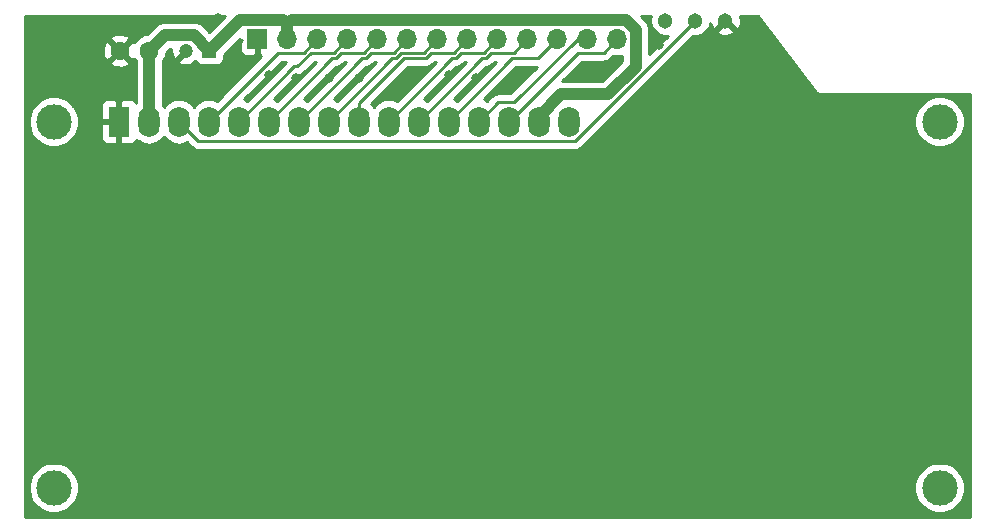
<source format=gtl>
G04 #@! TF.GenerationSoftware,KiCad,Pcbnew,(5.1.10-1-10_14)*
G04 #@! TF.CreationDate,2021-10-29T14:21:52+02:00*
G04 #@! TF.ProjectId,lcd,6c63642e-6b69-4636-9164-5f7063625858,rev?*
G04 #@! TF.SameCoordinates,Original*
G04 #@! TF.FileFunction,Copper,L1,Top*
G04 #@! TF.FilePolarity,Positive*
%FSLAX46Y46*%
G04 Gerber Fmt 4.6, Leading zero omitted, Abs format (unit mm)*
G04 Created by KiCad (PCBNEW (5.1.10-1-10_14)) date 2021-10-29 14:21:52*
%MOMM*%
%LPD*%
G01*
G04 APERTURE LIST*
G04 #@! TA.AperFunction,ComponentPad*
%ADD10R,1.200000X1.200000*%
G04 #@! TD*
G04 #@! TA.AperFunction,ComponentPad*
%ADD11C,1.200000*%
G04 #@! TD*
G04 #@! TA.AperFunction,ComponentPad*
%ADD12C,1.303000*%
G04 #@! TD*
G04 #@! TA.AperFunction,ComponentPad*
%ADD13O,1.700000X1.700000*%
G04 #@! TD*
G04 #@! TA.AperFunction,ComponentPad*
%ADD14R,1.700000X1.700000*%
G04 #@! TD*
G04 #@! TA.AperFunction,ComponentPad*
%ADD15C,3.000000*%
G04 #@! TD*
G04 #@! TA.AperFunction,ComponentPad*
%ADD16O,1.800000X2.600000*%
G04 #@! TD*
G04 #@! TA.AperFunction,ComponentPad*
%ADD17R,1.800000X2.600000*%
G04 #@! TD*
G04 #@! TA.AperFunction,ComponentPad*
%ADD18C,1.600000*%
G04 #@! TD*
G04 #@! TA.AperFunction,ViaPad*
%ADD19C,0.800000*%
G04 #@! TD*
G04 #@! TA.AperFunction,Conductor*
%ADD20C,1.000000*%
G04 #@! TD*
G04 #@! TA.AperFunction,Conductor*
%ADD21C,0.250000*%
G04 #@! TD*
G04 #@! TA.AperFunction,Conductor*
%ADD22C,0.254000*%
G04 #@! TD*
G04 #@! TA.AperFunction,Conductor*
%ADD23C,0.100000*%
G04 #@! TD*
G04 APERTURE END LIST*
D10*
X112776000Y-92456000D03*
D11*
X110776000Y-92456000D03*
D12*
X156464000Y-89916000D03*
X153924000Y-89916000D03*
X151384000Y-89916000D03*
D13*
X147320000Y-91440000D03*
X144780000Y-91440000D03*
X142240000Y-91440000D03*
X139700000Y-91440000D03*
X137160000Y-91440000D03*
X134620000Y-91440000D03*
X132080000Y-91440000D03*
X129540000Y-91440000D03*
X127000000Y-91440000D03*
X124460000Y-91440000D03*
X121920000Y-91440000D03*
X119380000Y-91440000D03*
D14*
X116840000Y-91440000D03*
D15*
X174601000Y-98461000D03*
X174600480Y-129461700D03*
X99601900Y-129461700D03*
X99601900Y-98461000D03*
D16*
X143201000Y-98461000D03*
X140661000Y-98461000D03*
X138121000Y-98461000D03*
X135581000Y-98461000D03*
X133041000Y-98461000D03*
X130501000Y-98461000D03*
X127961000Y-98461000D03*
X125421000Y-98461000D03*
X122881000Y-98461000D03*
X120341000Y-98461000D03*
X117801000Y-98461000D03*
X115261000Y-98461000D03*
X112721000Y-98461000D03*
X110181000Y-98461000D03*
X107641000Y-98461000D03*
D17*
X105101000Y-98461000D03*
D18*
X105196000Y-92456000D03*
X107696000Y-92456000D03*
D19*
X175260000Y-101600000D03*
X175260000Y-114300000D03*
X175260000Y-124460000D03*
X165100000Y-129540000D03*
X147320000Y-129540000D03*
X132080000Y-129540000D03*
X119380000Y-129540000D03*
X104140000Y-129540000D03*
X99060000Y-124460000D03*
X99060000Y-111760000D03*
X99060000Y-101600000D03*
X99060000Y-91440000D03*
X160020000Y-93980000D03*
X154940000Y-93980000D03*
X106680000Y-101600000D03*
X119380000Y-101600000D03*
X137160000Y-101600000D03*
X152400000Y-101600000D03*
X170180000Y-101600000D03*
X165100000Y-114300000D03*
X144780000Y-114300000D03*
X132080000Y-114300000D03*
X114300000Y-114300000D03*
X114808000Y-94996000D03*
X113538000Y-89662000D03*
X102362000Y-92456000D03*
X102616000Y-96266000D03*
X109728000Y-95758000D03*
X145288000Y-94488000D03*
X150876000Y-91948000D03*
X117856000Y-94488000D03*
X120142000Y-94742000D03*
X122936000Y-94742000D03*
X125476000Y-94742000D03*
X129540000Y-94488000D03*
X133096000Y-94488000D03*
X135382000Y-94742000D03*
X139192000Y-94742000D03*
D20*
X108996001Y-91155999D02*
X107696000Y-92456000D01*
X111475999Y-91155999D02*
X108996001Y-91155999D01*
X112776000Y-92456000D02*
X111475999Y-91155999D01*
X107696000Y-98406000D02*
X107641000Y-98461000D01*
X107696000Y-92456000D02*
X107696000Y-98406000D01*
X119032080Y-89889999D02*
X115342001Y-89889999D01*
X119380000Y-91440000D02*
X119380000Y-90237919D01*
X119380000Y-90237919D02*
X119032080Y-89889999D01*
X115342001Y-89889999D02*
X112776000Y-92456000D01*
X119380000Y-90237919D02*
X119727920Y-89889999D01*
X142561000Y-96161000D02*
X140661000Y-98061000D01*
X119727920Y-89889999D02*
X148064001Y-89889999D01*
X148870001Y-90695999D02*
X148870001Y-93803259D01*
X140661000Y-98061000D02*
X140661000Y-98461000D01*
X148064001Y-89889999D02*
X148870001Y-90695999D01*
X148870001Y-93803259D02*
X146512260Y-96161000D01*
X146512260Y-96161000D02*
X142561000Y-96161000D01*
D21*
X143966999Y-92615001D02*
X138121000Y-98461000D01*
X146144999Y-92615001D02*
X143966999Y-92615001D01*
X147320000Y-91440000D02*
X146144999Y-92615001D01*
X138583012Y-96835990D02*
X137206010Y-96835990D01*
X143979002Y-91440000D02*
X138583012Y-96835990D01*
X137206010Y-96835990D02*
X135581000Y-98461000D01*
X144780000Y-91440000D02*
X143979002Y-91440000D01*
X140614988Y-93065012D02*
X138436988Y-93065012D01*
X142240000Y-91440000D02*
X140614988Y-93065012D01*
X138436988Y-93065012D02*
X133041000Y-98461000D01*
X139700000Y-91440000D02*
X138524999Y-92615001D01*
X135896988Y-93065012D02*
X130501000Y-98461000D01*
X136621409Y-92615001D02*
X136171399Y-93065012D01*
X138524999Y-92615001D02*
X136621409Y-92615001D01*
X136171399Y-93065012D02*
X135896988Y-93065012D01*
X137160000Y-91440000D02*
X135984999Y-92615001D01*
X135984999Y-92615001D02*
X134081409Y-92615001D01*
X134081409Y-92615001D02*
X133631399Y-93065012D01*
X133631399Y-93065012D02*
X133356988Y-93065012D01*
X133356988Y-93065012D02*
X127961000Y-98461000D01*
X133444999Y-92615001D02*
X131541409Y-92615001D01*
X131541409Y-92615001D02*
X131091399Y-93065012D01*
X129266988Y-93065012D02*
X125421000Y-96911000D01*
X125421000Y-96911000D02*
X125421000Y-98461000D01*
X131091399Y-93065012D02*
X129266988Y-93065012D01*
X134620000Y-91440000D02*
X133444999Y-92615001D01*
X132080000Y-91440000D02*
X130904999Y-92615001D01*
X130904999Y-92615001D02*
X129001409Y-92615001D01*
X128276988Y-93065012D02*
X122881000Y-98461000D01*
X129001409Y-92615001D02*
X128551399Y-93065012D01*
X128551399Y-93065012D02*
X128276988Y-93065012D01*
X125736988Y-93065012D02*
X120341000Y-98461000D01*
X128364999Y-92615001D02*
X126461409Y-92615001D01*
X129540000Y-91440000D02*
X128364999Y-92615001D01*
X126461409Y-92615001D02*
X126011399Y-93065012D01*
X126011399Y-93065012D02*
X125736988Y-93065012D01*
X123196988Y-93065012D02*
X117801000Y-98461000D01*
X123471399Y-93065012D02*
X123196988Y-93065012D01*
X127000000Y-91440000D02*
X125824999Y-92615001D01*
X125824999Y-92615001D02*
X123921409Y-92615001D01*
X123921409Y-92615001D02*
X123471399Y-93065012D01*
X120202833Y-93793577D02*
X119928423Y-93793577D01*
X124460000Y-91440000D02*
X123284999Y-92615001D01*
X119928423Y-93793577D02*
X115261000Y-98461000D01*
X123284999Y-92615001D02*
X121381409Y-92615001D01*
X121381409Y-92615001D02*
X120202833Y-93793577D01*
X120744999Y-92615001D02*
X118566999Y-92615001D01*
X121920000Y-91440000D02*
X120744999Y-92615001D01*
X118566999Y-92615001D02*
X112721000Y-98461000D01*
X111806010Y-100086010D02*
X143753990Y-100086010D01*
X143753990Y-100086010D02*
X153924000Y-89916000D01*
X110181000Y-98461000D02*
X111806010Y-100086010D01*
D22*
X112776000Y-90850869D02*
X112317995Y-90392864D01*
X112282448Y-90349550D01*
X112109622Y-90207715D01*
X111912446Y-90102323D01*
X111698498Y-90037422D01*
X111531751Y-90020999D01*
X111531750Y-90020999D01*
X111475999Y-90015508D01*
X111420248Y-90020999D01*
X109051752Y-90020999D01*
X108996000Y-90015508D01*
X108940249Y-90020999D01*
X108773502Y-90037422D01*
X108559554Y-90102323D01*
X108362378Y-90207715D01*
X108189552Y-90349550D01*
X108154009Y-90392859D01*
X107518718Y-91028150D01*
X107277426Y-91076147D01*
X107016273Y-91184320D01*
X106781241Y-91341363D01*
X106581363Y-91541241D01*
X106447308Y-91741869D01*
X106432671Y-91714486D01*
X106188702Y-91642903D01*
X105375605Y-92456000D01*
X106188702Y-93269097D01*
X106432671Y-93197514D01*
X106446324Y-93168659D01*
X106561000Y-93340284D01*
X106561001Y-96861628D01*
X106531537Y-96806506D01*
X106452185Y-96709815D01*
X106355494Y-96630463D01*
X106245180Y-96571498D01*
X106125482Y-96535188D01*
X106001000Y-96522928D01*
X105386750Y-96526000D01*
X105228000Y-96684750D01*
X105228000Y-98334000D01*
X105248000Y-98334000D01*
X105248000Y-98588000D01*
X105228000Y-98588000D01*
X105228000Y-100237250D01*
X105386750Y-100396000D01*
X106001000Y-100399072D01*
X106125482Y-100386812D01*
X106245180Y-100350502D01*
X106355494Y-100291537D01*
X106452185Y-100212185D01*
X106531537Y-100115494D01*
X106590502Y-100005180D01*
X106595495Y-99988720D01*
X106784074Y-100143481D01*
X107050740Y-100286017D01*
X107340088Y-100373790D01*
X107641000Y-100403427D01*
X107941913Y-100373790D01*
X108231261Y-100286017D01*
X108497927Y-100143481D01*
X108731661Y-99951661D01*
X108911000Y-99733135D01*
X109090339Y-99951661D01*
X109324074Y-100143481D01*
X109590740Y-100286017D01*
X109880088Y-100373790D01*
X110181000Y-100403427D01*
X110481913Y-100373790D01*
X110771261Y-100286017D01*
X110875499Y-100230301D01*
X111242211Y-100597013D01*
X111266009Y-100626011D01*
X111381734Y-100720984D01*
X111513763Y-100791556D01*
X111657024Y-100835013D01*
X111768677Y-100846010D01*
X111768686Y-100846010D01*
X111806009Y-100849686D01*
X111843332Y-100846010D01*
X143716668Y-100846010D01*
X143753990Y-100849686D01*
X143791312Y-100846010D01*
X143791323Y-100846010D01*
X143902976Y-100835013D01*
X144046237Y-100791556D01*
X144178266Y-100720984D01*
X144293991Y-100626011D01*
X144317794Y-100597007D01*
X146664080Y-98250721D01*
X172466000Y-98250721D01*
X172466000Y-98671279D01*
X172548047Y-99083756D01*
X172708988Y-99472302D01*
X172942637Y-99821983D01*
X173240017Y-100119363D01*
X173589698Y-100353012D01*
X173978244Y-100513953D01*
X174390721Y-100596000D01*
X174811279Y-100596000D01*
X175223756Y-100513953D01*
X175612302Y-100353012D01*
X175961983Y-100119363D01*
X176259363Y-99821983D01*
X176493012Y-99472302D01*
X176653953Y-99083756D01*
X176736000Y-98671279D01*
X176736000Y-98250721D01*
X176653953Y-97838244D01*
X176493012Y-97449698D01*
X176259363Y-97100017D01*
X175961983Y-96802637D01*
X175612302Y-96568988D01*
X175223756Y-96408047D01*
X174811279Y-96326000D01*
X174390721Y-96326000D01*
X173978244Y-96408047D01*
X173589698Y-96568988D01*
X173240017Y-96802637D01*
X172942637Y-97100017D01*
X172708988Y-97449698D01*
X172548047Y-97838244D01*
X172466000Y-98250721D01*
X146664080Y-98250721D01*
X153726402Y-91188400D01*
X153797291Y-91202500D01*
X154050709Y-91202500D01*
X154299258Y-91153061D01*
X154533386Y-91056082D01*
X154744096Y-90915290D01*
X154856787Y-90802599D01*
X155757006Y-90802599D01*
X155810576Y-91031426D01*
X156040740Y-91137470D01*
X156287170Y-91196574D01*
X156540396Y-91206466D01*
X156790685Y-91166765D01*
X157028420Y-91078999D01*
X157117424Y-91031426D01*
X157170994Y-90802599D01*
X156464000Y-90095605D01*
X155757006Y-90802599D01*
X154856787Y-90802599D01*
X154923290Y-90736096D01*
X155064082Y-90525386D01*
X155161061Y-90291258D01*
X155194374Y-90123780D01*
X155213235Y-90242685D01*
X155301001Y-90480420D01*
X155348574Y-90569424D01*
X155577401Y-90622994D01*
X156284395Y-89916000D01*
X156270253Y-89901858D01*
X156449858Y-89722253D01*
X156464000Y-89736395D01*
X156478143Y-89722253D01*
X156657748Y-89901858D01*
X156643605Y-89916000D01*
X157350599Y-90622994D01*
X157579426Y-90569424D01*
X157685470Y-90339260D01*
X157744574Y-90092830D01*
X157754466Y-89839604D01*
X157714765Y-89589315D01*
X157703943Y-89560000D01*
X159187015Y-89560000D01*
X164035631Y-95863200D01*
X164040575Y-95872450D01*
X164075208Y-95914650D01*
X164088634Y-95932104D01*
X164095770Y-95939705D01*
X164123052Y-95972948D01*
X164140165Y-95986992D01*
X164155323Y-96003138D01*
X164190309Y-96028145D01*
X164223550Y-96055425D01*
X164243083Y-96065865D01*
X164261091Y-96078737D01*
X164300272Y-96096434D01*
X164338207Y-96116710D01*
X164359398Y-96123138D01*
X164379574Y-96132251D01*
X164421453Y-96141963D01*
X164462617Y-96154450D01*
X164484662Y-96156621D01*
X164506222Y-96161621D01*
X164549187Y-96162976D01*
X164559581Y-96164000D01*
X164581640Y-96164000D01*
X164636167Y-96165720D01*
X164646507Y-96164000D01*
X177140000Y-96164000D01*
X177140001Y-131928000D01*
X97180000Y-131928000D01*
X97180000Y-129251421D01*
X97466900Y-129251421D01*
X97466900Y-129671979D01*
X97548947Y-130084456D01*
X97709888Y-130473002D01*
X97943537Y-130822683D01*
X98240917Y-131120063D01*
X98590598Y-131353712D01*
X98979144Y-131514653D01*
X99391621Y-131596700D01*
X99812179Y-131596700D01*
X100224656Y-131514653D01*
X100613202Y-131353712D01*
X100962883Y-131120063D01*
X101260263Y-130822683D01*
X101493912Y-130473002D01*
X101654853Y-130084456D01*
X101736900Y-129671979D01*
X101736900Y-129251421D01*
X172465480Y-129251421D01*
X172465480Y-129671979D01*
X172547527Y-130084456D01*
X172708468Y-130473002D01*
X172942117Y-130822683D01*
X173239497Y-131120063D01*
X173589178Y-131353712D01*
X173977724Y-131514653D01*
X174390201Y-131596700D01*
X174810759Y-131596700D01*
X175223236Y-131514653D01*
X175611782Y-131353712D01*
X175961463Y-131120063D01*
X176258843Y-130822683D01*
X176492492Y-130473002D01*
X176653433Y-130084456D01*
X176735480Y-129671979D01*
X176735480Y-129251421D01*
X176653433Y-128838944D01*
X176492492Y-128450398D01*
X176258843Y-128100717D01*
X175961463Y-127803337D01*
X175611782Y-127569688D01*
X175223236Y-127408747D01*
X174810759Y-127326700D01*
X174390201Y-127326700D01*
X173977724Y-127408747D01*
X173589178Y-127569688D01*
X173239497Y-127803337D01*
X172942117Y-128100717D01*
X172708468Y-128450398D01*
X172547527Y-128838944D01*
X172465480Y-129251421D01*
X101736900Y-129251421D01*
X101654853Y-128838944D01*
X101493912Y-128450398D01*
X101260263Y-128100717D01*
X100962883Y-127803337D01*
X100613202Y-127569688D01*
X100224656Y-127408747D01*
X99812179Y-127326700D01*
X99391621Y-127326700D01*
X98979144Y-127408747D01*
X98590598Y-127569688D01*
X98240917Y-127803337D01*
X97943537Y-128100717D01*
X97709888Y-128450398D01*
X97548947Y-128838944D01*
X97466900Y-129251421D01*
X97180000Y-129251421D01*
X97180000Y-98250721D01*
X97466900Y-98250721D01*
X97466900Y-98671279D01*
X97548947Y-99083756D01*
X97709888Y-99472302D01*
X97943537Y-99821983D01*
X98240917Y-100119363D01*
X98590598Y-100353012D01*
X98979144Y-100513953D01*
X99391621Y-100596000D01*
X99812179Y-100596000D01*
X100224656Y-100513953D01*
X100613202Y-100353012D01*
X100962883Y-100119363D01*
X101260263Y-99821983D01*
X101301010Y-99761000D01*
X103562928Y-99761000D01*
X103575188Y-99885482D01*
X103611498Y-100005180D01*
X103670463Y-100115494D01*
X103749815Y-100212185D01*
X103846506Y-100291537D01*
X103956820Y-100350502D01*
X104076518Y-100386812D01*
X104201000Y-100399072D01*
X104815250Y-100396000D01*
X104974000Y-100237250D01*
X104974000Y-98588000D01*
X103724750Y-98588000D01*
X103566000Y-98746750D01*
X103562928Y-99761000D01*
X101301010Y-99761000D01*
X101493912Y-99472302D01*
X101654853Y-99083756D01*
X101736900Y-98671279D01*
X101736900Y-98250721D01*
X101654853Y-97838244D01*
X101493912Y-97449698D01*
X101301011Y-97161000D01*
X103562928Y-97161000D01*
X103566000Y-98175250D01*
X103724750Y-98334000D01*
X104974000Y-98334000D01*
X104974000Y-96684750D01*
X104815250Y-96526000D01*
X104201000Y-96522928D01*
X104076518Y-96535188D01*
X103956820Y-96571498D01*
X103846506Y-96630463D01*
X103749815Y-96709815D01*
X103670463Y-96806506D01*
X103611498Y-96916820D01*
X103575188Y-97036518D01*
X103562928Y-97161000D01*
X101301011Y-97161000D01*
X101260263Y-97100017D01*
X100962883Y-96802637D01*
X100613202Y-96568988D01*
X100224656Y-96408047D01*
X99812179Y-96326000D01*
X99391621Y-96326000D01*
X98979144Y-96408047D01*
X98590598Y-96568988D01*
X98240917Y-96802637D01*
X97943537Y-97100017D01*
X97709888Y-97449698D01*
X97548947Y-97838244D01*
X97466900Y-98250721D01*
X97180000Y-98250721D01*
X97180000Y-93448702D01*
X104382903Y-93448702D01*
X104454486Y-93692671D01*
X104709996Y-93813571D01*
X104984184Y-93882300D01*
X105266512Y-93896217D01*
X105546130Y-93854787D01*
X105812292Y-93759603D01*
X105937514Y-93692671D01*
X106009097Y-93448702D01*
X105196000Y-92635605D01*
X104382903Y-93448702D01*
X97180000Y-93448702D01*
X97180000Y-92526512D01*
X103755783Y-92526512D01*
X103797213Y-92806130D01*
X103892397Y-93072292D01*
X103959329Y-93197514D01*
X104203298Y-93269097D01*
X105016395Y-92456000D01*
X104203298Y-91642903D01*
X103959329Y-91714486D01*
X103838429Y-91969996D01*
X103769700Y-92244184D01*
X103755783Y-92526512D01*
X97180000Y-92526512D01*
X97180000Y-91463298D01*
X104382903Y-91463298D01*
X105196000Y-92276395D01*
X106009097Y-91463298D01*
X105937514Y-91219329D01*
X105682004Y-91098429D01*
X105407816Y-91029700D01*
X105125488Y-91015783D01*
X104845870Y-91057213D01*
X104579708Y-91152397D01*
X104454486Y-91219329D01*
X104382903Y-91463298D01*
X97180000Y-91463298D01*
X97180000Y-89560000D01*
X114066868Y-89560000D01*
X112776000Y-90850869D01*
G04 #@! TA.AperFunction,Conductor*
D23*
G36*
X112776000Y-90850869D02*
G01*
X112317995Y-90392864D01*
X112282448Y-90349550D01*
X112109622Y-90207715D01*
X111912446Y-90102323D01*
X111698498Y-90037422D01*
X111531751Y-90020999D01*
X111531750Y-90020999D01*
X111475999Y-90015508D01*
X111420248Y-90020999D01*
X109051752Y-90020999D01*
X108996000Y-90015508D01*
X108940249Y-90020999D01*
X108773502Y-90037422D01*
X108559554Y-90102323D01*
X108362378Y-90207715D01*
X108189552Y-90349550D01*
X108154009Y-90392859D01*
X107518718Y-91028150D01*
X107277426Y-91076147D01*
X107016273Y-91184320D01*
X106781241Y-91341363D01*
X106581363Y-91541241D01*
X106447308Y-91741869D01*
X106432671Y-91714486D01*
X106188702Y-91642903D01*
X105375605Y-92456000D01*
X106188702Y-93269097D01*
X106432671Y-93197514D01*
X106446324Y-93168659D01*
X106561000Y-93340284D01*
X106561001Y-96861628D01*
X106531537Y-96806506D01*
X106452185Y-96709815D01*
X106355494Y-96630463D01*
X106245180Y-96571498D01*
X106125482Y-96535188D01*
X106001000Y-96522928D01*
X105386750Y-96526000D01*
X105228000Y-96684750D01*
X105228000Y-98334000D01*
X105248000Y-98334000D01*
X105248000Y-98588000D01*
X105228000Y-98588000D01*
X105228000Y-100237250D01*
X105386750Y-100396000D01*
X106001000Y-100399072D01*
X106125482Y-100386812D01*
X106245180Y-100350502D01*
X106355494Y-100291537D01*
X106452185Y-100212185D01*
X106531537Y-100115494D01*
X106590502Y-100005180D01*
X106595495Y-99988720D01*
X106784074Y-100143481D01*
X107050740Y-100286017D01*
X107340088Y-100373790D01*
X107641000Y-100403427D01*
X107941913Y-100373790D01*
X108231261Y-100286017D01*
X108497927Y-100143481D01*
X108731661Y-99951661D01*
X108911000Y-99733135D01*
X109090339Y-99951661D01*
X109324074Y-100143481D01*
X109590740Y-100286017D01*
X109880088Y-100373790D01*
X110181000Y-100403427D01*
X110481913Y-100373790D01*
X110771261Y-100286017D01*
X110875499Y-100230301D01*
X111242211Y-100597013D01*
X111266009Y-100626011D01*
X111381734Y-100720984D01*
X111513763Y-100791556D01*
X111657024Y-100835013D01*
X111768677Y-100846010D01*
X111768686Y-100846010D01*
X111806009Y-100849686D01*
X111843332Y-100846010D01*
X143716668Y-100846010D01*
X143753990Y-100849686D01*
X143791312Y-100846010D01*
X143791323Y-100846010D01*
X143902976Y-100835013D01*
X144046237Y-100791556D01*
X144178266Y-100720984D01*
X144293991Y-100626011D01*
X144317794Y-100597007D01*
X146664080Y-98250721D01*
X172466000Y-98250721D01*
X172466000Y-98671279D01*
X172548047Y-99083756D01*
X172708988Y-99472302D01*
X172942637Y-99821983D01*
X173240017Y-100119363D01*
X173589698Y-100353012D01*
X173978244Y-100513953D01*
X174390721Y-100596000D01*
X174811279Y-100596000D01*
X175223756Y-100513953D01*
X175612302Y-100353012D01*
X175961983Y-100119363D01*
X176259363Y-99821983D01*
X176493012Y-99472302D01*
X176653953Y-99083756D01*
X176736000Y-98671279D01*
X176736000Y-98250721D01*
X176653953Y-97838244D01*
X176493012Y-97449698D01*
X176259363Y-97100017D01*
X175961983Y-96802637D01*
X175612302Y-96568988D01*
X175223756Y-96408047D01*
X174811279Y-96326000D01*
X174390721Y-96326000D01*
X173978244Y-96408047D01*
X173589698Y-96568988D01*
X173240017Y-96802637D01*
X172942637Y-97100017D01*
X172708988Y-97449698D01*
X172548047Y-97838244D01*
X172466000Y-98250721D01*
X146664080Y-98250721D01*
X153726402Y-91188400D01*
X153797291Y-91202500D01*
X154050709Y-91202500D01*
X154299258Y-91153061D01*
X154533386Y-91056082D01*
X154744096Y-90915290D01*
X154856787Y-90802599D01*
X155757006Y-90802599D01*
X155810576Y-91031426D01*
X156040740Y-91137470D01*
X156287170Y-91196574D01*
X156540396Y-91206466D01*
X156790685Y-91166765D01*
X157028420Y-91078999D01*
X157117424Y-91031426D01*
X157170994Y-90802599D01*
X156464000Y-90095605D01*
X155757006Y-90802599D01*
X154856787Y-90802599D01*
X154923290Y-90736096D01*
X155064082Y-90525386D01*
X155161061Y-90291258D01*
X155194374Y-90123780D01*
X155213235Y-90242685D01*
X155301001Y-90480420D01*
X155348574Y-90569424D01*
X155577401Y-90622994D01*
X156284395Y-89916000D01*
X156270253Y-89901858D01*
X156449858Y-89722253D01*
X156464000Y-89736395D01*
X156478143Y-89722253D01*
X156657748Y-89901858D01*
X156643605Y-89916000D01*
X157350599Y-90622994D01*
X157579426Y-90569424D01*
X157685470Y-90339260D01*
X157744574Y-90092830D01*
X157754466Y-89839604D01*
X157714765Y-89589315D01*
X157703943Y-89560000D01*
X159187015Y-89560000D01*
X164035631Y-95863200D01*
X164040575Y-95872450D01*
X164075208Y-95914650D01*
X164088634Y-95932104D01*
X164095770Y-95939705D01*
X164123052Y-95972948D01*
X164140165Y-95986992D01*
X164155323Y-96003138D01*
X164190309Y-96028145D01*
X164223550Y-96055425D01*
X164243083Y-96065865D01*
X164261091Y-96078737D01*
X164300272Y-96096434D01*
X164338207Y-96116710D01*
X164359398Y-96123138D01*
X164379574Y-96132251D01*
X164421453Y-96141963D01*
X164462617Y-96154450D01*
X164484662Y-96156621D01*
X164506222Y-96161621D01*
X164549187Y-96162976D01*
X164559581Y-96164000D01*
X164581640Y-96164000D01*
X164636167Y-96165720D01*
X164646507Y-96164000D01*
X177140000Y-96164000D01*
X177140001Y-131928000D01*
X97180000Y-131928000D01*
X97180000Y-129251421D01*
X97466900Y-129251421D01*
X97466900Y-129671979D01*
X97548947Y-130084456D01*
X97709888Y-130473002D01*
X97943537Y-130822683D01*
X98240917Y-131120063D01*
X98590598Y-131353712D01*
X98979144Y-131514653D01*
X99391621Y-131596700D01*
X99812179Y-131596700D01*
X100224656Y-131514653D01*
X100613202Y-131353712D01*
X100962883Y-131120063D01*
X101260263Y-130822683D01*
X101493912Y-130473002D01*
X101654853Y-130084456D01*
X101736900Y-129671979D01*
X101736900Y-129251421D01*
X172465480Y-129251421D01*
X172465480Y-129671979D01*
X172547527Y-130084456D01*
X172708468Y-130473002D01*
X172942117Y-130822683D01*
X173239497Y-131120063D01*
X173589178Y-131353712D01*
X173977724Y-131514653D01*
X174390201Y-131596700D01*
X174810759Y-131596700D01*
X175223236Y-131514653D01*
X175611782Y-131353712D01*
X175961463Y-131120063D01*
X176258843Y-130822683D01*
X176492492Y-130473002D01*
X176653433Y-130084456D01*
X176735480Y-129671979D01*
X176735480Y-129251421D01*
X176653433Y-128838944D01*
X176492492Y-128450398D01*
X176258843Y-128100717D01*
X175961463Y-127803337D01*
X175611782Y-127569688D01*
X175223236Y-127408747D01*
X174810759Y-127326700D01*
X174390201Y-127326700D01*
X173977724Y-127408747D01*
X173589178Y-127569688D01*
X173239497Y-127803337D01*
X172942117Y-128100717D01*
X172708468Y-128450398D01*
X172547527Y-128838944D01*
X172465480Y-129251421D01*
X101736900Y-129251421D01*
X101654853Y-128838944D01*
X101493912Y-128450398D01*
X101260263Y-128100717D01*
X100962883Y-127803337D01*
X100613202Y-127569688D01*
X100224656Y-127408747D01*
X99812179Y-127326700D01*
X99391621Y-127326700D01*
X98979144Y-127408747D01*
X98590598Y-127569688D01*
X98240917Y-127803337D01*
X97943537Y-128100717D01*
X97709888Y-128450398D01*
X97548947Y-128838944D01*
X97466900Y-129251421D01*
X97180000Y-129251421D01*
X97180000Y-98250721D01*
X97466900Y-98250721D01*
X97466900Y-98671279D01*
X97548947Y-99083756D01*
X97709888Y-99472302D01*
X97943537Y-99821983D01*
X98240917Y-100119363D01*
X98590598Y-100353012D01*
X98979144Y-100513953D01*
X99391621Y-100596000D01*
X99812179Y-100596000D01*
X100224656Y-100513953D01*
X100613202Y-100353012D01*
X100962883Y-100119363D01*
X101260263Y-99821983D01*
X101301010Y-99761000D01*
X103562928Y-99761000D01*
X103575188Y-99885482D01*
X103611498Y-100005180D01*
X103670463Y-100115494D01*
X103749815Y-100212185D01*
X103846506Y-100291537D01*
X103956820Y-100350502D01*
X104076518Y-100386812D01*
X104201000Y-100399072D01*
X104815250Y-100396000D01*
X104974000Y-100237250D01*
X104974000Y-98588000D01*
X103724750Y-98588000D01*
X103566000Y-98746750D01*
X103562928Y-99761000D01*
X101301010Y-99761000D01*
X101493912Y-99472302D01*
X101654853Y-99083756D01*
X101736900Y-98671279D01*
X101736900Y-98250721D01*
X101654853Y-97838244D01*
X101493912Y-97449698D01*
X101301011Y-97161000D01*
X103562928Y-97161000D01*
X103566000Y-98175250D01*
X103724750Y-98334000D01*
X104974000Y-98334000D01*
X104974000Y-96684750D01*
X104815250Y-96526000D01*
X104201000Y-96522928D01*
X104076518Y-96535188D01*
X103956820Y-96571498D01*
X103846506Y-96630463D01*
X103749815Y-96709815D01*
X103670463Y-96806506D01*
X103611498Y-96916820D01*
X103575188Y-97036518D01*
X103562928Y-97161000D01*
X101301011Y-97161000D01*
X101260263Y-97100017D01*
X100962883Y-96802637D01*
X100613202Y-96568988D01*
X100224656Y-96408047D01*
X99812179Y-96326000D01*
X99391621Y-96326000D01*
X98979144Y-96408047D01*
X98590598Y-96568988D01*
X98240917Y-96802637D01*
X97943537Y-97100017D01*
X97709888Y-97449698D01*
X97548947Y-97838244D01*
X97466900Y-98250721D01*
X97180000Y-98250721D01*
X97180000Y-93448702D01*
X104382903Y-93448702D01*
X104454486Y-93692671D01*
X104709996Y-93813571D01*
X104984184Y-93882300D01*
X105266512Y-93896217D01*
X105546130Y-93854787D01*
X105812292Y-93759603D01*
X105937514Y-93692671D01*
X106009097Y-93448702D01*
X105196000Y-92635605D01*
X104382903Y-93448702D01*
X97180000Y-93448702D01*
X97180000Y-92526512D01*
X103755783Y-92526512D01*
X103797213Y-92806130D01*
X103892397Y-93072292D01*
X103959329Y-93197514D01*
X104203298Y-93269097D01*
X105016395Y-92456000D01*
X104203298Y-91642903D01*
X103959329Y-91714486D01*
X103838429Y-91969996D01*
X103769700Y-92244184D01*
X103755783Y-92526512D01*
X97180000Y-92526512D01*
X97180000Y-91463298D01*
X104382903Y-91463298D01*
X105196000Y-92276395D01*
X106009097Y-91463298D01*
X105937514Y-91219329D01*
X105682004Y-91098429D01*
X105407816Y-91029700D01*
X105125488Y-91015783D01*
X104845870Y-91057213D01*
X104579708Y-91152397D01*
X104454486Y-91219329D01*
X104382903Y-91463298D01*
X97180000Y-91463298D01*
X97180000Y-89560000D01*
X114066868Y-89560000D01*
X112776000Y-90850869D01*
G37*
G04 #@! TD.AperFunction*
D22*
X143328000Y-98334000D02*
X143348000Y-98334000D01*
X143348000Y-98588000D01*
X143328000Y-98588000D01*
X143328000Y-98608000D01*
X143074000Y-98608000D01*
X143074000Y-98588000D01*
X143054000Y-98588000D01*
X143054000Y-98334000D01*
X143074000Y-98334000D01*
X143074000Y-98314000D01*
X143328000Y-98314000D01*
X143328000Y-98334000D01*
G04 #@! TA.AperFunction,Conductor*
D23*
G36*
X143328000Y-98334000D02*
G01*
X143348000Y-98334000D01*
X143348000Y-98588000D01*
X143328000Y-98588000D01*
X143328000Y-98608000D01*
X143074000Y-98608000D01*
X143074000Y-98588000D01*
X143054000Y-98588000D01*
X143054000Y-98334000D01*
X143074000Y-98334000D01*
X143074000Y-98314000D01*
X143328000Y-98314000D01*
X143328000Y-98334000D01*
G37*
G04 #@! TD.AperFunction*
D22*
X128655499Y-96691700D02*
X128551260Y-96635983D01*
X128261912Y-96548210D01*
X127961000Y-96518573D01*
X127660087Y-96548210D01*
X127370739Y-96635983D01*
X127104073Y-96778519D01*
X126870339Y-96970339D01*
X126691000Y-97188865D01*
X126511661Y-96970339D01*
X126470358Y-96936443D01*
X129581791Y-93825012D01*
X131054074Y-93825012D01*
X131091399Y-93828688D01*
X131128722Y-93825012D01*
X131128732Y-93825012D01*
X131240385Y-93814015D01*
X131383646Y-93770558D01*
X131515675Y-93699986D01*
X131631400Y-93605013D01*
X131655199Y-93576014D01*
X131856211Y-93375001D01*
X131972196Y-93375001D01*
X128655499Y-96691700D01*
G04 #@! TA.AperFunction,Conductor*
D23*
G36*
X128655499Y-96691700D02*
G01*
X128551260Y-96635983D01*
X128261912Y-96548210D01*
X127961000Y-96518573D01*
X127660087Y-96548210D01*
X127370739Y-96635983D01*
X127104073Y-96778519D01*
X126870339Y-96970339D01*
X126691000Y-97188865D01*
X126511661Y-96970339D01*
X126470358Y-96936443D01*
X129581791Y-93825012D01*
X131054074Y-93825012D01*
X131091399Y-93828688D01*
X131128722Y-93825012D01*
X131128732Y-93825012D01*
X131240385Y-93814015D01*
X131383646Y-93770558D01*
X131515675Y-93699986D01*
X131631400Y-93605013D01*
X131655199Y-93576014D01*
X131856211Y-93375001D01*
X131972196Y-93375001D01*
X128655499Y-96691700D01*
G37*
G04 #@! TD.AperFunction*
D22*
X116967000Y-91313000D02*
X116987000Y-91313000D01*
X116987000Y-91567000D01*
X116967000Y-91567000D01*
X116967000Y-92766250D01*
X117125750Y-92925000D01*
X117181892Y-92925306D01*
X113415499Y-96691700D01*
X113311260Y-96635983D01*
X113021912Y-96548210D01*
X112721000Y-96518573D01*
X112420087Y-96548210D01*
X112130739Y-96635983D01*
X111864073Y-96778519D01*
X111630339Y-96970339D01*
X111451000Y-97188865D01*
X111271661Y-96970339D01*
X111037926Y-96778519D01*
X110771260Y-96635983D01*
X110481912Y-96548210D01*
X110181000Y-96518573D01*
X109880087Y-96548210D01*
X109590739Y-96635983D01*
X109324073Y-96778519D01*
X109090339Y-96970339D01*
X108911000Y-97188865D01*
X108831000Y-97091384D01*
X108831000Y-93340284D01*
X108967680Y-93135727D01*
X109075853Y-92874574D01*
X109123850Y-92633282D01*
X109466133Y-92290999D01*
X109546074Y-92290999D01*
X109546000Y-92291313D01*
X109537505Y-92534438D01*
X109576605Y-92774549D01*
X109661798Y-93002418D01*
X109702652Y-93078852D01*
X109926236Y-93126159D01*
X110596395Y-92456000D01*
X110582253Y-92441858D01*
X110733111Y-92290999D01*
X110818889Y-92290999D01*
X110969748Y-92441858D01*
X110955605Y-92456000D01*
X110969748Y-92470143D01*
X110790143Y-92649748D01*
X110776000Y-92635605D01*
X110105841Y-93305764D01*
X110153148Y-93529348D01*
X110374516Y-93630237D01*
X110611313Y-93686000D01*
X110854438Y-93694495D01*
X111094549Y-93655395D01*
X111322418Y-93570202D01*
X111398852Y-93529348D01*
X111446158Y-93305766D01*
X111563264Y-93422872D01*
X111621142Y-93364994D01*
X111645463Y-93410494D01*
X111724815Y-93507185D01*
X111821506Y-93586537D01*
X111931820Y-93645502D01*
X112051518Y-93681812D01*
X112176000Y-93694072D01*
X113376000Y-93694072D01*
X113500482Y-93681812D01*
X113620180Y-93645502D01*
X113730494Y-93586537D01*
X113827185Y-93507185D01*
X113906537Y-93410494D01*
X113965502Y-93300180D01*
X114001812Y-93180482D01*
X114014072Y-93056000D01*
X114014072Y-92823059D01*
X115355000Y-91482132D01*
X115355000Y-91567002D01*
X115513748Y-91567002D01*
X115355000Y-91725750D01*
X115351928Y-92290000D01*
X115364188Y-92414482D01*
X115400498Y-92534180D01*
X115459463Y-92644494D01*
X115538815Y-92741185D01*
X115635506Y-92820537D01*
X115745820Y-92879502D01*
X115865518Y-92915812D01*
X115990000Y-92928072D01*
X116554250Y-92925000D01*
X116713000Y-92766250D01*
X116713000Y-91567000D01*
X116693000Y-91567000D01*
X116693000Y-91313000D01*
X116713000Y-91313000D01*
X116713000Y-91293000D01*
X116967000Y-91293000D01*
X116967000Y-91313000D01*
G04 #@! TA.AperFunction,Conductor*
D23*
G36*
X116967000Y-91313000D02*
G01*
X116987000Y-91313000D01*
X116987000Y-91567000D01*
X116967000Y-91567000D01*
X116967000Y-92766250D01*
X117125750Y-92925000D01*
X117181892Y-92925306D01*
X113415499Y-96691700D01*
X113311260Y-96635983D01*
X113021912Y-96548210D01*
X112721000Y-96518573D01*
X112420087Y-96548210D01*
X112130739Y-96635983D01*
X111864073Y-96778519D01*
X111630339Y-96970339D01*
X111451000Y-97188865D01*
X111271661Y-96970339D01*
X111037926Y-96778519D01*
X110771260Y-96635983D01*
X110481912Y-96548210D01*
X110181000Y-96518573D01*
X109880087Y-96548210D01*
X109590739Y-96635983D01*
X109324073Y-96778519D01*
X109090339Y-96970339D01*
X108911000Y-97188865D01*
X108831000Y-97091384D01*
X108831000Y-93340284D01*
X108967680Y-93135727D01*
X109075853Y-92874574D01*
X109123850Y-92633282D01*
X109466133Y-92290999D01*
X109546074Y-92290999D01*
X109546000Y-92291313D01*
X109537505Y-92534438D01*
X109576605Y-92774549D01*
X109661798Y-93002418D01*
X109702652Y-93078852D01*
X109926236Y-93126159D01*
X110596395Y-92456000D01*
X110582253Y-92441858D01*
X110733111Y-92290999D01*
X110818889Y-92290999D01*
X110969748Y-92441858D01*
X110955605Y-92456000D01*
X110969748Y-92470143D01*
X110790143Y-92649748D01*
X110776000Y-92635605D01*
X110105841Y-93305764D01*
X110153148Y-93529348D01*
X110374516Y-93630237D01*
X110611313Y-93686000D01*
X110854438Y-93694495D01*
X111094549Y-93655395D01*
X111322418Y-93570202D01*
X111398852Y-93529348D01*
X111446158Y-93305766D01*
X111563264Y-93422872D01*
X111621142Y-93364994D01*
X111645463Y-93410494D01*
X111724815Y-93507185D01*
X111821506Y-93586537D01*
X111931820Y-93645502D01*
X112051518Y-93681812D01*
X112176000Y-93694072D01*
X113376000Y-93694072D01*
X113500482Y-93681812D01*
X113620180Y-93645502D01*
X113730494Y-93586537D01*
X113827185Y-93507185D01*
X113906537Y-93410494D01*
X113965502Y-93300180D01*
X114001812Y-93180482D01*
X114014072Y-93056000D01*
X114014072Y-92823059D01*
X115355000Y-91482132D01*
X115355000Y-91567002D01*
X115513748Y-91567002D01*
X115355000Y-91725750D01*
X115351928Y-92290000D01*
X115364188Y-92414482D01*
X115400498Y-92534180D01*
X115459463Y-92644494D01*
X115538815Y-92741185D01*
X115635506Y-92820537D01*
X115745820Y-92879502D01*
X115865518Y-92915812D01*
X115990000Y-92928072D01*
X116554250Y-92925000D01*
X116713000Y-92766250D01*
X116713000Y-91567000D01*
X116693000Y-91567000D01*
X116693000Y-91313000D01*
X116713000Y-91313000D01*
X116713000Y-91293000D01*
X116967000Y-91293000D01*
X116967000Y-91313000D01*
G37*
G04 #@! TD.AperFunction*
D22*
X115955499Y-96691700D02*
X115851260Y-96635983D01*
X115674453Y-96582349D01*
X118881801Y-93375001D01*
X119272197Y-93375001D01*
X115955499Y-96691700D01*
G04 #@! TA.AperFunction,Conductor*
D23*
G36*
X115955499Y-96691700D02*
G01*
X115851260Y-96635983D01*
X115674453Y-96582349D01*
X118881801Y-93375001D01*
X119272197Y-93375001D01*
X115955499Y-96691700D01*
G37*
G04 #@! TD.AperFunction*
D22*
X118495499Y-96691700D02*
X118391260Y-96635983D01*
X118214453Y-96582349D01*
X120243559Y-94553243D01*
X120351819Y-94542580D01*
X120495080Y-94499123D01*
X120627109Y-94428551D01*
X120742834Y-94333578D01*
X120766637Y-94304574D01*
X121696211Y-93375001D01*
X121812196Y-93375001D01*
X118495499Y-96691700D01*
G04 #@! TA.AperFunction,Conductor*
D23*
G36*
X118495499Y-96691700D02*
G01*
X118391260Y-96635983D01*
X118214453Y-96582349D01*
X120243559Y-94553243D01*
X120351819Y-94542580D01*
X120495080Y-94499123D01*
X120627109Y-94428551D01*
X120742834Y-94333578D01*
X120766637Y-94304574D01*
X121696211Y-93375001D01*
X121812196Y-93375001D01*
X118495499Y-96691700D01*
G37*
G04 #@! TD.AperFunction*
D22*
X121035499Y-96691700D02*
X120931260Y-96635983D01*
X120754453Y-96582349D01*
X123512125Y-93824678D01*
X123620385Y-93814015D01*
X123763646Y-93770558D01*
X123895675Y-93699986D01*
X124011400Y-93605013D01*
X124035199Y-93576014D01*
X124236211Y-93375001D01*
X124352196Y-93375001D01*
X121035499Y-96691700D01*
G04 #@! TA.AperFunction,Conductor*
D23*
G36*
X121035499Y-96691700D02*
G01*
X120931260Y-96635983D01*
X120754453Y-96582349D01*
X123512125Y-93824678D01*
X123620385Y-93814015D01*
X123763646Y-93770558D01*
X123895675Y-93699986D01*
X124011400Y-93605013D01*
X124035199Y-93576014D01*
X124236211Y-93375001D01*
X124352196Y-93375001D01*
X121035499Y-96691700D01*
G37*
G04 #@! TD.AperFunction*
D22*
X138268211Y-96075990D02*
X137243332Y-96075990D01*
X137206009Y-96072314D01*
X137168686Y-96075990D01*
X137168677Y-96075990D01*
X137057024Y-96086987D01*
X136913763Y-96130444D01*
X136781734Y-96201016D01*
X136666009Y-96295989D01*
X136642211Y-96324987D01*
X136275499Y-96691700D01*
X136171260Y-96635983D01*
X135994453Y-96582349D01*
X138751791Y-93825012D01*
X140519189Y-93825012D01*
X138268211Y-96075990D01*
G04 #@! TA.AperFunction,Conductor*
D23*
G36*
X138268211Y-96075990D02*
G01*
X137243332Y-96075990D01*
X137206009Y-96072314D01*
X137168686Y-96075990D01*
X137168677Y-96075990D01*
X137057024Y-96086987D01*
X136913763Y-96130444D01*
X136781734Y-96201016D01*
X136666009Y-96295989D01*
X136642211Y-96324987D01*
X136275499Y-96691700D01*
X136171260Y-96635983D01*
X135994453Y-96582349D01*
X138751791Y-93825012D01*
X140519189Y-93825012D01*
X138268211Y-96075990D01*
G37*
G04 #@! TD.AperFunction*
D22*
X133735499Y-96691700D02*
X133631260Y-96635983D01*
X133454453Y-96582349D01*
X136212125Y-93824678D01*
X136320385Y-93814015D01*
X136463646Y-93770558D01*
X136595675Y-93699986D01*
X136711400Y-93605013D01*
X136735199Y-93576014D01*
X136936211Y-93375001D01*
X137052196Y-93375001D01*
X133735499Y-96691700D01*
G04 #@! TA.AperFunction,Conductor*
D23*
G36*
X133735499Y-96691700D02*
G01*
X133631260Y-96635983D01*
X133454453Y-96582349D01*
X136212125Y-93824678D01*
X136320385Y-93814015D01*
X136463646Y-93770558D01*
X136595675Y-93699986D01*
X136711400Y-93605013D01*
X136735199Y-93576014D01*
X136936211Y-93375001D01*
X137052196Y-93375001D01*
X133735499Y-96691700D01*
G37*
G04 #@! TD.AperFunction*
D22*
X131195499Y-96691700D02*
X131091260Y-96635983D01*
X130914453Y-96582349D01*
X133672125Y-93824678D01*
X133780385Y-93814015D01*
X133923646Y-93770558D01*
X134055675Y-93699986D01*
X134171400Y-93605013D01*
X134195199Y-93576014D01*
X134396211Y-93375001D01*
X134512196Y-93375001D01*
X131195499Y-96691700D01*
G04 #@! TA.AperFunction,Conductor*
D23*
G36*
X131195499Y-96691700D02*
G01*
X131091260Y-96635983D01*
X130914453Y-96582349D01*
X133672125Y-93824678D01*
X133780385Y-93814015D01*
X133923646Y-93770558D01*
X134055675Y-93699986D01*
X134171400Y-93605013D01*
X134195199Y-93576014D01*
X134396211Y-93375001D01*
X134512196Y-93375001D01*
X131195499Y-96691700D01*
G37*
G04 #@! TD.AperFunction*
D22*
X123575499Y-96691700D02*
X123471260Y-96635983D01*
X123294453Y-96582349D01*
X126052125Y-93824678D01*
X126160385Y-93814015D01*
X126303646Y-93770558D01*
X126435675Y-93699986D01*
X126551400Y-93605013D01*
X126575199Y-93576014D01*
X126776211Y-93375001D01*
X126892196Y-93375001D01*
X123575499Y-96691700D01*
G04 #@! TA.AperFunction,Conductor*
D23*
G36*
X123575499Y-96691700D02*
G01*
X123471260Y-96635983D01*
X123294453Y-96582349D01*
X126052125Y-93824678D01*
X126160385Y-93814015D01*
X126303646Y-93770558D01*
X126435675Y-93699986D01*
X126551400Y-93605013D01*
X126575199Y-93576014D01*
X126776211Y-93375001D01*
X126892196Y-93375001D01*
X123575499Y-96691700D01*
G37*
G04 #@! TD.AperFunction*
D22*
X147735002Y-93333126D02*
X146042129Y-95026000D01*
X142630802Y-95026000D01*
X144281801Y-93375001D01*
X146107677Y-93375001D01*
X146144999Y-93378677D01*
X146182321Y-93375001D01*
X146182332Y-93375001D01*
X146293985Y-93364004D01*
X146437246Y-93320547D01*
X146569275Y-93249975D01*
X146685000Y-93155002D01*
X146708803Y-93125998D01*
X146953592Y-92881209D01*
X147173740Y-92925000D01*
X147466260Y-92925000D01*
X147735002Y-92871544D01*
X147735002Y-93333126D01*
G04 #@! TA.AperFunction,Conductor*
D23*
G36*
X147735002Y-93333126D02*
G01*
X146042129Y-95026000D01*
X142630802Y-95026000D01*
X144281801Y-93375001D01*
X146107677Y-93375001D01*
X146144999Y-93378677D01*
X146182321Y-93375001D01*
X146182332Y-93375001D01*
X146293985Y-93364004D01*
X146437246Y-93320547D01*
X146569275Y-93249975D01*
X146685000Y-93155002D01*
X146708803Y-93125998D01*
X146953592Y-92881209D01*
X147173740Y-92925000D01*
X147466260Y-92925000D01*
X147735002Y-92871544D01*
X147735002Y-93333126D01*
G37*
G04 #@! TD.AperFunction*
D22*
X150097500Y-89789291D02*
X150097500Y-90042709D01*
X150146939Y-90291258D01*
X150243918Y-90525386D01*
X150384710Y-90736096D01*
X150563904Y-90915290D01*
X150774614Y-91056082D01*
X151008742Y-91153061D01*
X151257291Y-91202500D01*
X151510709Y-91202500D01*
X151575607Y-91189591D01*
X150005001Y-92760197D01*
X150005001Y-90751750D01*
X150010492Y-90695998D01*
X149988578Y-90473499D01*
X149950978Y-90349551D01*
X149923677Y-90259552D01*
X149818285Y-90062376D01*
X149676450Y-89889550D01*
X149633141Y-89854007D01*
X149339134Y-89560000D01*
X150143108Y-89560000D01*
X150097500Y-89789291D01*
G04 #@! TA.AperFunction,Conductor*
D23*
G36*
X150097500Y-89789291D02*
G01*
X150097500Y-90042709D01*
X150146939Y-90291258D01*
X150243918Y-90525386D01*
X150384710Y-90736096D01*
X150563904Y-90915290D01*
X150774614Y-91056082D01*
X151008742Y-91153061D01*
X151257291Y-91202500D01*
X151510709Y-91202500D01*
X151575607Y-91189591D01*
X150005001Y-92760197D01*
X150005001Y-90751750D01*
X150010492Y-90695998D01*
X149988578Y-90473499D01*
X149950978Y-90349551D01*
X149923677Y-90259552D01*
X149818285Y-90062376D01*
X149676450Y-89889550D01*
X149633141Y-89854007D01*
X149339134Y-89560000D01*
X150143108Y-89560000D01*
X150097500Y-89789291D01*
G37*
G04 #@! TD.AperFunction*
M02*

</source>
